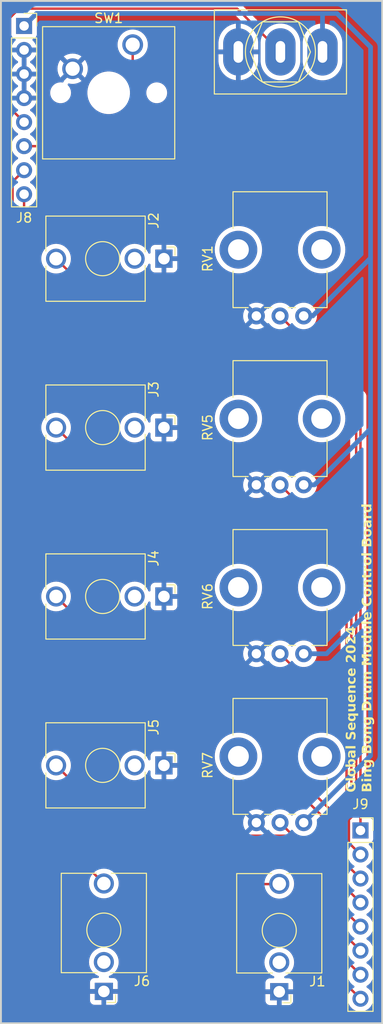
<source format=kicad_pcb>
(kicad_pcb (version 20240108) (generator "pcbnew") (generator_version "8.0")
  (layers (0 "F.Cu" signal) (31 "B.Cu" signal) (34 "B.Paste" user) (35 "F.Paste" user) (36 "B.SilkS" user "B.Silkscreen") (37 "F.SilkS" user "F.Silkscreen") (38 "B.Mask" user) (39 "F.Mask" user) (44 "Edge.Cuts" user))
  (net 0 "")
  (net 1 "GND")
  (net 2 "AUDIO_OUT")
  (net 4 "CV_1")
  (net 5 "CV_2")
  (net 6 "CV_3")
  (net 7 "CV_4")
  (net 8 "TRIG_IN")
  (net 9 "D9")
  (net 10 "+3.3V")
  (net 11 "D7")
  (net 12 "POT_1")
  (net 13 "POT_2")
  (net 14 "POT_3")
  (net 15 "POT_4")
  (footprint "Connector_Audio:Jack_3.5mm_QingPu_WQP-PJ398SM_Vertical_CircularHoles" (layer "F.Cu") (at 138.176 126.426 -90)
    (property "Reference" "J5" (at -4.03 1.08 90) (layer "F.SilkS"))
    (property "Value" "~")
    (fp_line (start -0.8 12.48) (end -4.5 12.48) (stroke (width 0.12)) (layer "F.SilkS"))
    (fp_line (start 4.5 12.48) (end 0.8 12.48) (stroke (width 0.12)) (layer "F.SilkS"))
    (fp_line (start -4.5 1.98) (end -4.5 12.48) (stroke (width 0.12)) (layer "F.SilkS"))
    (fp_line (start -0.72 1.98) (end -4.5 1.98) (stroke (width 0.12)) (layer "F.SilkS"))
    (fp_line (start 4.5 1.98) (end 4.5 12.48) (stroke (width 0.12)) (layer "F.SilkS"))
    (fp_line (start 4.5 1.98) (end 0.72 1.98) (stroke (width 0.12)) (layer "F.SilkS"))
    (fp_line (start -1.23 -1.17) (end -1.23 -0.37) (stroke (width 0.12)) (layer "F.SilkS"))
    (fp_line (start -1.23 -1.17) (end -0.37 -1.17) (stroke (width 0.12)) (layer "F.SilkS"))
    (fp_circle (center 0 6.48) (end 1.8 6.48) (stroke (width 0.12)) (fill none) (layer "F.SilkS"))
    (pad "S" thru_hole rect (at 0 0 90) (size 1.93 1.83) (drill 1.22) (layers "*.Cu" "*.Mask") (net 1 "GND"))
    (pad "T" thru_hole circle (at 0 11.4 90) (size 2.13 2.13) (drill 1.43) (layers "*.Cu" "*.Mask") (net 7 "CV_4"))
    (pad "TN" thru_hole circle (at 0 3.1 90) (size 2.13 2.13) (drill 1.42) (layers "*.Cu" "*.Mask"))
    (zone (net 0) (net_name "") (layer "F.Cu") (connect_pads (clearance 0)) (min_thickness 0.254)
      (keepout (tracks not_allowed) (vias not_allowed) (pads not_allowed) (copperpour not_allowed) (footprints not_allowed))
      (fill (thermal_gap 0.508) (thermal_bridge_width 0.508))
      (polygon (pts (xy 131.696 127.931141) (xy 131.941829 127.91093) (xy 132.181055 127.850841) (xy 132.407256 127.752486) (xy 132.614355 127.618508) (xy 132.79679 127.452504) (xy 132.949664 127.258932) (xy 133.068869 127.042992) (xy 133.151206 126.810482) (xy 133.194461 126.567646) (xy 133.197475 126.321007) (xy 133.160165 126.077187) (xy 133.083534 125.842734) (xy 132.96964 125.623946) (xy 132.821542 125.426697) (xy 132.643216 125.256286) (xy 132.439452 125.117288) (xy 132.215722 125.013436) (xy 131.978035 124.947519) (xy 131.732774 124.921308) (xy 131.486525 124.935507) (xy 131.245901 124.989734) (xy 131.017366 125.082532) (xy 130.807055 125.211411) (xy 130.620618 125.372908) (xy 130.463061 125.562687) (xy 130.338615 125.77565) (xy 130.250623 126.006079) (xy 130.201447 126.247785) (xy 130.192408 126.494278) (xy 130.22375 126.738936) (xy 130.29463 126.975191) (xy 130.403144 127.196697) (xy 130.546379 127.397505) (xy 130.720488 127.572223) (xy 130.920795 127.716158) (xy 131.141921 127.825445) (xy 131.377926 127.897149) (xy 131.622474 127.929344)))
    )
  )
  (footprint "Connector_Audio:Jack_3.5mm_QingPu_WQP-PJ398SM_Vertical_CircularHoles" (layer "F.Cu") (at 131.826 150.306 180)
    (property "Reference" "J6" (at -4.03 1.08 0) (layer "F.SilkS"))
    (property "Value" "~")
    (fp_line (start 4.5 12.48) (end 0.8 12.48) (stroke (width 0.12)) (layer "F.SilkS"))
    (fp_line (start 4.5 1.98) (end 4.5 12.48) (stroke (width 0.12)) (layer "F.SilkS"))
    (fp_line (start 4.5 1.98) (end 0.72 1.98) (stroke (width 0.12)) (layer "F.SilkS"))
    (fp_line (start -0.72 1.98) (end -4.5 1.98) (stroke (width 0.12)) (layer "F.SilkS"))
    (fp_line (start -0.8 12.48) (end -4.5 12.48) (stroke (width 0.12)) (layer "F.SilkS"))
    (fp_line (start -1.23 -1.17) (end -0.37 -1.17) (stroke (width 0.12)) (layer "F.SilkS"))
    (fp_line (start -1.23 -1.17) (end -1.23 -0.37) (stroke (width 0.12)) (layer "F.SilkS"))
    (fp_line (start -4.5 1.98) (end -4.5 12.48) (stroke (width 0.12)) (layer "F.SilkS"))
    (fp_circle (center 0 6.48) (end 1.8 6.48) (stroke (width 0.12)) (fill none) (layer "F.SilkS"))
    (pad "S" thru_hole rect (at 0 0) (size 1.93 1.83) (drill 1.22) (layers "*.Cu" "*.Mask") (net 1 "GND"))
    (pad "T" thru_hole circle (at 0 11.4) (size 2.13 2.13) (drill 1.43) (layers "*.Cu" "*.Mask") (net 8 "TRIG_IN"))
    (pad "TN" thru_hole circle (at 0 3.1) (size 2.13 2.13) (drill 1.42) (layers "*.Cu" "*.Mask"))
    (zone (net 0) (net_name "") (layer "F.Cu") (connect_pads (clearance 0)) (min_thickness 0.254)
      (keepout (tracks not_allowed) (vias not_allowed) (pads not_allowed) (copperpour not_allowed) (footprints not_allowed))
      (fill (thermal_gap 0.508) (thermal_bridge_width 0.508))
      (polygon (pts (xy 130.320859 143.826) (xy 130.34107 144.071829) (xy 130.401159 144.311055) (xy 130.499514 144.537256) (xy 130.633492 144.744355) (xy 130.799496 144.92679) (xy 130.993068 145.079664) (xy 131.209008 145.198869) (xy 131.441518 145.281206) (xy 131.684354 145.324461) (xy 131.930993 145.327475) (xy 132.174813 145.290165) (xy 132.409266 145.213534) (xy 132.628054 145.09964) (xy 132.825303 144.951542) (xy 132.995714 144.773216) (xy 133.134712 144.569452) (xy 133.238564 144.345722) (xy 133.304481 144.108035) (xy 133.330692 143.862774) (xy 133.316493 143.616525) (xy 133.262266 143.375901) (xy 133.169468 143.147366) (xy 133.040589 142.937055) (xy 132.879092 142.750618) (xy 132.689313 142.593061) (xy 132.47635 142.468615) (xy 132.245921 142.380623) (xy 132.004215 142.331447) (xy 131.757722 142.322408) (xy 131.513064 142.35375) (xy 131.276809 142.42463) (xy 131.055303 142.533144) (xy 130.854495 142.676379) (xy 130.679777 142.850488) (xy 130.535842 143.050795) (xy 130.426555 143.271921) (xy 130.354851 143.507926) (xy 130.322656 143.752474)))
    )
  )
  (footprint "Connector_Audio:Jack_3.5mm_QingPu_WQP-PJ398SM_Vertical_CircularHoles" (layer "F.Cu") (at 138.176 72.898 -90)
    (property "Reference" "J2" (at -4.03 1.08 90) (layer "F.SilkS"))
    (property "Value" "~")
    (fp_line (start -0.8 12.48) (end -4.5 12.48) (stroke (width 0.12)) (layer "F.SilkS"))
    (fp_line (start 4.5 12.48) (end 0.8 12.48) (stroke (width 0.12)) (layer "F.SilkS"))
    (fp_line (start -4.5 1.98) (end -4.5 12.48) (stroke (width 0.12)) (layer "F.SilkS"))
    (fp_line (start -0.72 1.98) (end -4.5 1.98) (stroke (width 0.12)) (layer "F.SilkS"))
    (fp_line (start 4.5 1.98) (end 4.5 12.48) (stroke (width 0.12)) (layer "F.SilkS"))
    (fp_line (start 4.5 1.98) (end 0.72 1.98) (stroke (width 0.12)) (layer "F.SilkS"))
    (fp_line (start -1.23 -1.17) (end -1.23 -0.37) (stroke (width 0.12)) (layer "F.SilkS"))
    (fp_line (start -1.23 -1.17) (end -0.37 -1.17) (stroke (width 0.12)) (layer "F.SilkS"))
    (fp_circle (center 0 6.48) (end 1.8 6.48) (stroke (width 0.12)) (fill none) (layer "F.SilkS"))
    (pad "S" thru_hole rect (at 0 0 90) (size 1.93 1.83) (drill 1.22) (layers "*.Cu" "*.Mask") (net 1 "GND"))
    (pad "T" thru_hole circle (at 0 11.4 90) (size 2.13 2.13) (drill 1.43) (layers "*.Cu" "*.Mask") (net 4 "CV_1"))
    (pad "TN" thru_hole circle (at 0 3.1 90) (size 2.13 2.13) (drill 1.42) (layers "*.Cu" "*.Mask"))
    (zone (net 0) (net_name "") (layer "F.Cu") (connect_pads (clearance 0)) (min_thickness 0.254)
      (keepout (tracks not_allowed) (vias not_allowed) (pads not_allowed) (copperpour not_allowed) (footprints not_allowed))
      (fill (thermal_gap 0.508) (thermal_bridge_width 0.508))
      (polygon (pts (xy 131.696 74.403141) (xy 131.941829 74.38293) (xy 132.181055 74.322841) (xy 132.407256 74.224486) (xy 132.614355 74.090508) (xy 132.79679 73.924504) (xy 132.949664 73.730932) (xy 133.068869 73.514992) (xy 133.151206 73.282482) (xy 133.194461 73.039646) (xy 133.197475 72.793007) (xy 133.160165 72.549187) (xy 133.083534 72.314734) (xy 132.96964 72.095946) (xy 132.821542 71.898697) (xy 132.643216 71.728286) (xy 132.439452 71.589288) (xy 132.215722 71.485436) (xy 131.978035 71.419519) (xy 131.732774 71.393308) (xy 131.486525 71.407507) (xy 131.245901 71.461734) (xy 131.017366 71.554532) (xy 130.807055 71.683411) (xy 130.620618 71.844908) (xy 130.463061 72.034687) (xy 130.338615 72.24765) (xy 130.250623 72.478079) (xy 130.201447 72.719785) (xy 130.192408 72.966278) (xy 130.22375 73.210936) (xy 130.29463 73.447191) (xy 130.403144 73.668697) (xy 130.546379 73.869505) (xy 130.720488 74.044223) (xy 130.920795 74.188158) (xy 131.141921 74.297445) (xy 131.377926 74.369149) (xy 131.622474 74.401344)))
    )
  )
  (footprint "Connector_Audio:Jack_3.5mm_QingPu_WQP-PJ398SM_Vertical_CircularHoles" (layer "F.Cu") (at 138.176 108.583332 -90)
    (property "Reference" "J4" (at -4.03 1.08 90) (layer "F.SilkS"))
    (property "Value" "~")
    (fp_line (start -0.8 12.48) (end -4.5 12.48) (stroke (width 0.12)) (layer "F.SilkS"))
    (fp_line (start 4.5 12.48) (end 0.8 12.48) (stroke (width 0.12)) (layer "F.SilkS"))
    (fp_line (start -4.5 1.98) (end -4.5 12.48) (stroke (width 0.12)) (layer "F.SilkS"))
    (fp_line (start -0.72 1.98) (end -4.5 1.98) (stroke (width 0.12)) (layer "F.SilkS"))
    (fp_line (start 4.5 1.98) (end 4.5 12.48) (stroke (width 0.12)) (layer "F.SilkS"))
    (fp_line (start 4.5 1.98) (end 0.72 1.98) (stroke (width 0.12)) (layer "F.SilkS"))
    (fp_line (start -1.23 -1.17) (end -1.23 -0.37) (stroke (width 0.12)) (layer "F.SilkS"))
    (fp_line (start -1.23 -1.17) (end -0.37 -1.17) (stroke (width 0.12)) (layer "F.SilkS"))
    (fp_circle (center 0 6.48) (end 1.8 6.48) (stroke (width 0.12)) (fill none) (layer "F.SilkS"))
    (pad "S" thru_hole rect (at 0 0 90) (size 1.93 1.83) (drill 1.22) (layers "*.Cu" "*.Mask") (net 1 "GND"))
    (pad "T" thru_hole circle (at 0 11.4 90) (size 2.13 2.13) (drill 1.43) (layers "*.Cu" "*.Mask") (net 6 "CV_3"))
    (pad "TN" thru_hole circle (at 0 3.1 90) (size 2.13 2.13) (drill 1.42) (layers "*.Cu" "*.Mask"))
    (zone (net 0) (net_name "") (layer "F.Cu") (connect_pads (clearance 0)) (min_thickness 0.254)
      (keepout (tracks not_allowed) (vias not_allowed) (pads not_allowed) (copperpour not_allowed) (footprints not_allowed))
      (fill (thermal_gap 0.508) (thermal_bridge_width 0.508))
      (polygon (pts (xy 131.696 110.088473) (xy 131.941829 110.068262) (xy 132.181055 110.008173) (xy 132.407256 109.909818) (xy 132.614355 109.77584) (xy 132.79679 109.609836) (xy 132.949664 109.416264) (xy 133.068869 109.200324) (xy 133.151206 108.967814) (xy 133.194461 108.724978) (xy 133.197475 108.478339) (xy 133.160165 108.234519) (xy 133.083534 108.000066) (xy 132.96964 107.781278) (xy 132.821542 107.584029) (xy 132.643216 107.413618) (xy 132.439452 107.27462) (xy 132.215722 107.170768) (xy 131.978035 107.104851) (xy 131.732774 107.07864) (xy 131.486525 107.092839) (xy 131.245901 107.147066) (xy 131.017366 107.239864) (xy 130.807055 107.368743) (xy 130.620618 107.53024) (xy 130.463061 107.720019) (xy 130.338615 107.932982) (xy 130.250623 108.163411) (xy 130.201447 108.405117) (xy 130.192408 108.65161) (xy 130.22375 108.896268) (xy 130.29463 109.132523) (xy 130.403144 109.354029) (xy 130.546379 109.554837) (xy 130.720488 109.729555) (xy 130.920795 109.87349) (xy 131.141921 109.982777) (xy 131.377926 110.054481) (xy 131.622474 110.086676)))
    )
  )
  (footprint "Potentiometer_THT:Potentiometer_Bourns_PTV09A-1_Single_Vertical" (layer "F.Cu") (at 152.95 132.476 90)
    (property "Reference" "RV7" (at 6.05 -10.15 90) (layer "F.SilkS"))
    (property "Value" "10k" (hide yes))
    (fp_line (start 13.12 -7.47) (end 13.12 2.47) (stroke (width 0.12)) (layer "F.SilkS"))
    (fp_line (start 9.255 -7.47) (end 13.12 -7.47) (stroke (width 0.12)) (layer "F.SilkS"))
    (fp_line (start 0.88 -7.47) (end 4.745 -7.47) (stroke (width 0.12)) (layer "F.SilkS"))
    (fp_line (start 0.88 -7.47) (end 0.88 -5.871) (stroke (width 0.12)) (layer "F.SilkS"))
    (fp_line (start 0.88 -4.129) (end 0.88 -3.37) (stroke (width 0.12)) (layer "F.SilkS"))
    (fp_line (start 0.88 -1.629) (end 0.88 -0.87) (stroke (width 0.12)) (layer "F.SilkS"))
    (fp_line (start 0.88 0.87) (end 0.88 2.47) (stroke (width 0.12)) (layer "F.SilkS"))
    (fp_line (start 9.255 2.47) (end 13.12 2.47) (stroke (width 0.12)) (layer "F.SilkS"))
    (fp_line (start 0.88 2.47) (end 4.745 2.47) (stroke (width 0.12)) (layer "F.SilkS"))
    (pad "" np_thru_hole circle (at 7 -6.9 90) (size 4 4) (drill 2.2) (layers "*.Cu" "*.Mask"))
    (pad "" np_thru_hole circle (at 7 1.9 90) (size 4 4) (drill 2.2) (layers "*.Cu" "*.Mask"))
    (pad "1" thru_hole circle (at 0 0 90) (size 1.8 1.8) (drill 1) (layers "*.Cu" "*.Mask") (net 10 "+3.3V"))
    (pad "2" thru_hole circle (at 0 -2.5 90) (size 1.8 1.8) (drill 1) (layers "*.Cu" "*.Mask") (net 15 "POT_4"))
    (pad "3" thru_hole circle (at 0 -5 90) (size 1.8 1.8) (drill 1) (layers "*.Cu" "*.Mask") (net 1 "GND"))
  )
  (footprint "SPDT SPST Toggle Switch THIS ONE:SW_Toggle_Blue_wSlots" (layer "F.Cu") (at 150.49 51.054 180)
    (property "Reference" "SW2" (hide yes))
    (property "Value" "SW_SPDT")
    (fp_line (start 6.985 4.445) (end -6.985 4.445) (stroke (width 0.12)) (layer "F.SilkS"))
    (fp_line (start 6.985 -4.445) (end 6.985 4.445) (stroke (width 0.12)) (layer "F.SilkS"))
    (fp_line (start 3.175 0) (end 1.905 3.175) (stroke (width 0.12)) (layer "F.SilkS"))
    (fp_line (start 1.905 3.175) (end -1.905 3.175) (stroke (width 0.12)) (layer "F.SilkS"))
    (fp_line (start 1.905 -3.175) (end 3.175 0) (stroke (width 0.12)) (layer "F.SilkS"))
    (fp_line (start -1.905 3.175) (end -3.175 0) (stroke (width 0.12)) (layer "F.SilkS"))
    (fp_line (start -1.905 -3.175) (end 1.905 -3.175) (stroke (width 0.12)) (layer "F.SilkS"))
    (fp_line (start -3.175 0) (end -1.905 -3.175) (stroke (width 0.12)) (layer "F.SilkS"))
    (fp_line (start -6.985 4.445) (end -6.985 -4.445) (stroke (width 0.12)) (layer "F.SilkS"))
    (fp_line (start -6.985 -4.445) (end 6.985 -4.445) (stroke (width 0.12)) (layer "F.SilkS"))
    (fp_circle (center 0 0) (end 1.905 3.175) (stroke (width 0.12)) (fill none) (layer "F.SilkS"))
    (pad "1" thru_hole oval (at -4.45 0 180) (size 3.2 5) (drill oval 1 2.3) (layers "*.Cu") (net 10 "+3.3V"))
    (pad "2" thru_hole oval (at 0 0 180) (size 3.2 5) (drill oval 1 2.3) (layers "*.Cu") (net 9 "D9"))
    (pad "3" thru_hole oval (at 4.45 0 180) (size 3.2 5) (drill oval 1 2.3) (layers "*.Cu") (net 1 "GND"))
  )
  (footprint "Potentiometer_THT:Potentiometer_Bourns_PTV09A-1_Single_Vertical" (layer "F.Cu") (at 152.95 78.948 90)
    (property "Reference" "RV1" (at 6.05 -10.15 90) (layer "F.SilkS"))
    (property "Value" "10k")
    (fp_line (start 13.12 -7.47) (end 13.12 2.47) (stroke (width 0.12)) (layer "F.SilkS"))
    (fp_line (start 9.255 -7.47) (end 13.12 -7.47) (stroke (width 0.12)) (layer "F.SilkS"))
    (fp_line (start 0.88 -7.47) (end 4.745 -7.47) (stroke (width 0.12)) (layer "F.SilkS"))
    (fp_line (start 0.88 -7.47) (end 0.88 -5.871) (stroke (width 0.12)) (layer "F.SilkS"))
    (fp_line (start 0.88 -4.129) (end 0.88 -3.37) (stroke (width 0.12)) (layer "F.SilkS"))
    (fp_line (start 0.88 -1.629) (end 0.88 -0.87) (stroke (width 0.12)) (layer "F.SilkS"))
    (fp_line (start 0.88 0.87) (end 0.88 2.47) (stroke (width 0.12)) (layer "F.SilkS"))
    (fp_line (start 9.255 2.47) (end 13.12 2.47) (stroke (width 0.12)) (layer "F.SilkS"))
    (fp_line (start 0.88 2.47) (end 4.745 2.47) (stroke (width 0.12)) (layer "F.SilkS"))
    (pad "" np_thru_hole circle (at 7 -6.9 90) (size 4 4) (drill 2.2) (layers "*.Cu" "*.Mask"))
    (pad "" np_thru_hole circle (at 7 1.9 90) (size 4 4) (drill 2.2) (layers "*.Cu" "*.Mask"))
    (pad "1" thru_hole circle (at 0 0 90) (size 1.8 1.8) (drill 1) (layers "*.Cu" "*.Mask") (net 10 "+3.3V"))
    (pad "2" thru_hole circle (at 0 -2.5 90) (size 1.8 1.8) (drill 1) (layers "*.Cu" "*.Mask") (net 12 "POT_1"))
    (pad "3" thru_hole circle (at 0 -5 90) (size 1.8 1.8) (drill 1) (layers "*.Cu" "*.Mask") (net 1 "GND"))
  )
  (footprint "Potentiometer_THT:Potentiometer_Bourns_PTV09A-1_Single_Vertical" (layer "F.Cu") (at 152.95 96.790666 90)
    (property "Reference" "RV5" (at 6.05 -10.15 90) (layer "F.SilkS"))
    (property "Value" "10k")
    (fp_line (start 13.12 -7.47) (end 13.12 2.47) (stroke (width 0.12)) (layer "F.SilkS"))
    (fp_line (start 9.255 -7.47) (end 13.12 -7.47) (stroke (width 0.12)) (layer "F.SilkS"))
    (fp_line (start 0.88 -7.47) (end 4.745 -7.47) (stroke (width 0.12)) (layer "F.SilkS"))
    (fp_line (start 0.88 -7.47) (end 0.88 -5.871) (stroke (width 0.12)) (layer "F.SilkS"))
    (fp_line (start 0.88 -4.129) (end 0.88 -3.37) (stroke (width 0.12)) (layer "F.SilkS"))
    (fp_line (start 0.88 -1.629) (end 0.88 -0.87) (stroke (width 0.12)) (layer "F.SilkS"))
    (fp_line (start 0.88 0.87) (end 0.88 2.47) (stroke (width 0.12)) (layer "F.SilkS"))
    (fp_line (start 9.255 2.47) (end 13.12 2.47) (stroke (width 0.12)) (layer "F.SilkS"))
    (fp_line (start 0.88 2.47) (end 4.745 2.47) (stroke (width 0.12)) (layer "F.SilkS"))
    (pad "" np_thru_hole circle (at 7 -6.9 90) (size 4 4) (drill 2.2) (layers "*.Cu" "*.Mask"))
    (pad "" np_thru_hole circle (at 7 1.9 90) (size 4 4) (drill 2.2) (layers "*.Cu" "*.Mask"))
    (pad "1" thru_hole circle (at 0 0 90) (size 1.8 1.8) (drill 1) (layers "*.Cu" "*.Mask") (net 10 "+3.3V"))
    (pad "2" thru_hole circle (at 0 -2.5 90) (size 1.8 1.8) (drill 1) (layers "*.Cu" "*.Mask") (net 13 "POT_2"))
    (pad "3" thru_hole circle (at 0 -5 90) (size 1.8 1.8) (drill 1) (layers "*.Cu" "*.Mask") (net 1 "GND"))
  )
  (footprint "Connector_Audio:Jack_3.5mm_QingPu_WQP-PJ398SM_Vertical_CircularHoles" (layer "F.Cu") (at 150.368 150.338 180)
    (property "Reference" "J1" (at -4.03 1.08 0) (layer "F.SilkS"))
    (property "Value" "~")
    (fp_line (start 4.5 12.48) (end 0.8 12.48) (stroke (width 0.12)) (layer "F.SilkS"))
    (fp_line (start 4.5 1.98) (end 4.5 12.48) (stroke (width 0.12)) (layer "F.SilkS"))
    (fp_line (start 4.5 1.98) (end 0.72 1.98) (stroke (width 0.12)) (layer "F.SilkS"))
    (fp_line (start -0.72 1.98) (end -4.5 1.98) (stroke (width 0.12)) (layer "F.SilkS"))
    (fp_line (start -0.8 12.48) (end -4.5 12.48) (stroke (width 0.12)) (layer "F.SilkS"))
    (fp_line (start -1.23 -1.17) (end -0.37 -1.17) (stroke (width 0.12)) (layer "F.SilkS"))
    (fp_line (start -1.23 -1.17) (end -1.23 -0.37) (stroke (width 0.12)) (layer "F.SilkS"))
    (fp_line (start -4.5 1.98) (end -4.5 12.48) (stroke (width 0.12)) (layer "F.SilkS"))
    (fp_circle (center 0 6.48) (end 1.8 6.48) (stroke (width 0.12)) (fill none) (layer "F.SilkS"))
    (pad "S" thru_hole rect (at 0 0) (size 1.93 1.83) (drill 1.22) (layers "*.Cu" "*.Mask") (net 1 "GND"))
    (pad "T" thru_hole circle (at 0 11.4) (size 2.13 2.13) (drill 1.43) (layers "*.Cu" "*.Mask") (net 2 "AUDIO_OUT"))
    (pad "TN" thru_hole circle (at 0 3.1) (size 2.13 2.13) (drill 1.42) (layers "*.Cu" "*.Mask"))
    (zone (net 0) (net_name "") (layer "F.Cu") (connect_pads (clearance 0)) (min_thickness 0.254)
      (keepout (tracks not_allowed) (vias not_allowed) (pads not_allowed) (copperpour not_allowed) (footprints not_allowed))
      (fill (thermal_gap 0.508) (thermal_bridge_width 0.508))
      (polygon (pts (xy 148.862859 143.858) (xy 148.88307 144.103829) (xy 148.943159 144.343055) (xy 149.041514 144.569256) (xy 149.175492 144.776355) (xy 149.341496 144.95879) (xy 149.535068 145.111664) (xy 149.751008 145.230869) (xy 149.983518 145.313206) (xy 150.226354 145.356461) (xy 150.472993 145.359475) (xy 150.716813 145.322165) (xy 150.951266 145.245534) (xy 151.170054 145.13164) (xy 151.367303 144.983542) (xy 151.537714 144.805216) (xy 151.676712 144.601452) (xy 151.780564 144.377722) (xy 151.846481 144.140035) (xy 151.872692 143.894774) (xy 151.858493 143.648525) (xy 151.804266 143.407901) (xy 151.711468 143.179366) (xy 151.582589 142.969055) (xy 151.421092 142.782618) (xy 151.231313 142.625061) (xy 151.01835 142.500615) (xy 150.787921 142.412623) (xy 150.546215 142.363447) (xy 150.299722 142.354408) (xy 150.055064 142.38575) (xy 149.818809 142.45663) (xy 149.597303 142.565144) (xy 149.396495 142.708379) (xy 149.221777 142.882488) (xy 149.077842 143.082795) (xy 148.968555 143.303921) (xy 148.896851 143.539926) (xy 148.864656 143.784474)))
    )
  )
  (footprint "Connector_PinSocket_2.54mm:PinSocket_1x08_P2.54mm_Vertical" (layer "F.Cu") (at 123.3932 48.3112)
    (property "Reference" "J8" (at 0 20.2688 0) (layer "F.SilkS"))
    (property "Value" "Conn_01x08_Pin")
    (fp_line (start -1.33 1.27) (end -1.33 19.11) (stroke (width 0.12)) (layer "F.SilkS"))
    (fp_line (start -1.33 1.27) (end 1.33 1.27) (stroke (width 0.12)) (layer "F.SilkS"))
    (fp_line (start -1.33 19.11) (end 1.33 19.11) (stroke (width 0.12)) (layer "F.SilkS"))
    (fp_line (start 0 -1.33) (end 1.33 -1.33) (stroke (width 0.12)) (layer "F.SilkS"))
    (fp_line (start 1.33 -1.33) (end 1.33 0) (stroke (width 0.12)) (layer "F.SilkS"))
    (fp_line (start 1.33 1.27) (end 1.33 19.11) (stroke (width 0.12)) (layer "F.SilkS"))
    (pad "1" thru_hole rect (at 0 0) (size 1.7 1.7) (drill 1) (layers "*.Cu" "*.Mask") (net 10 "+3.3V"))
    (pad "2" thru_hole oval (at 0 2.54) (size 1.7 1.7) (drill 1) (layers "*.Cu" "*.Mask") (net 1 "GND"))
    (pad "3" thru_hole oval (at 0 5.08) (size 1.7 1.7) (drill 1) (layers "*.Cu" "*.Mask") (net 1 "GND"))
    (pad "4" thru_hole oval (at 0 7.62) (size 1.7 1.7) (drill 1) (layers "*.Cu" "*.Mask") (net 1 "GND"))
    (pad "5" thru_hole oval (at 0 10.16) (size 1.7 1.7) (drill 1) (layers "*.Cu" "*.Mask") (net 9 "D9"))
    (pad "6" thru_hole oval (at 0 12.7) (size 1.7 1.7) (drill 1) (layers "*.Cu" "*.Mask") (net 11 "D7"))
    (pad "7" thru_hole oval (at 0 15.24) (size 1.7 1.7) (drill 1) (layers "*.Cu" "*.Mask") (net 8 "TRIG_IN"))
    (pad "8" thru_hole oval (at 0 17.78) (size 1.7 1.7) (drill 1) (layers "*.Cu" "*.Mask") (net 2 "AUDIO_OUT"))
  )
  (footprint "Connector_PinSocket_2.54mm:PinSocket_1x08_P2.54mm_Vertical" (layer "F.Cu") (at 158.9532 133.2996)
    (property "Reference" "J9" (at 0 -2.77 0) (layer "F.SilkS"))
    (property "Value" "Conn_01x08_Pin" (hide yes))
    (fp_line (start -1.33 1.27) (end -1.33 19.11) (stroke (width 0.12)) (layer "F.SilkS"))
    (fp_line (start -1.33 1.27) (end 1.33 1.27) (stroke (width 0.12)) (layer "F.SilkS"))
    (fp_line (start -1.33 19.11) (end 1.33 19.11) (stroke (width 0.12)) (layer "F.SilkS"))
    (fp_line (start 0 -1.33) (end 1.33 -1.33) (stroke (width 0.12)) (layer "F.SilkS"))
    (fp_line (start 1.33 -1.33) (end 1.33 0) (stroke (width 0.12)) (layer "F.SilkS"))
    (fp_line (start 1.33 1.27) (end 1.33 19.11) (stroke (width 0.12)) (layer "F.SilkS"))
    (pad "1" thru_hole rect (at 0 0) (size 1.7 1.7) (drill 1) (layers "*.Cu" "*.Mask") (net 12 "POT_1"))
    (pad "2" thru_hole oval (at 0 2.54) (size 1.7 1.7) (drill 1) (layers "*.Cu" "*.Mask") (net 4 "CV_1"))
    (pad "3" thru_hole oval (at 0 5.08) (size 1.7 1.7) (drill 1) (layers "*.Cu" "*.Mask") (net 13 "POT_2"))
    (pad "4" thru_hole oval (at 0 7.62) (size 1.7 1.7) (drill 1) (layers "*.Cu" "*.Mask") (net 5 "CV_2"))
    (pad "5" thru_hole oval (at 0 10.16) (size 1.7 1.7) (drill 1) (layers "*.Cu" "*.Mask") (net 14 "POT_3"))
    (pad "6" thru_hole oval (at 0 12.7) (size 1.7 1.7) (drill 1) (layers "*.Cu" "*.Mask") (net 6 "CV_3"))
    (pad "7" thru_hole oval (at 0 15.24) (size 1.7 1.7) (drill 1) (layers "*.Cu" "*.Mask") (net 15 "POT_4"))
    (pad "8" thru_hole oval (at 0 17.78) (size 1.7 1.7) (drill 1) (layers "*.Cu" "*.Mask") (net 7 "CV_4"))
  )
  (footprint "Button_Switch_Keyboard:SW_Cherry_MX_1.00u_PCB" (layer "F.Cu") (at 134.874 50.292)
    (property "Reference" "SW1" (at -2.54 -2.794 0) (layer "F.SilkS"))
    (property "Value" "SW_Push")
    (fp_line (start -9.525 -1.905) (end 4.445 -1.905) (stroke (width 0.12)) (layer "F.SilkS"))
    (fp_line (start -9.525 12.065) (end -9.525 -1.905) (stroke (width 0.12)) (layer "F.SilkS"))
    (fp_line (start 4.445 -1.905) (end 4.445 12.065) (stroke (width 0.12)) (layer "F.SilkS"))
    (fp_line (start 4.445 12.065) (end -9.525 12.065) (stroke (width 0.12)) (layer "F.SilkS"))
    (pad "" np_thru_hole circle (at -7.62 5.08) (size 1.7 1.7) (drill 1.7) (layers "F&B.Cu" "*.Mask"))
    (pad "" np_thru_hole circle (at -2.54 5.08) (size 4 4) (drill 4) (layers "F&B.Cu" "*.Mask"))
    (pad "" np_thru_hole circle (at 2.54 5.08) (size 1.7 1.7) (drill 1.7) (layers "F&B.Cu" "*.Mask"))
    (pad "1" thru_hole circle (at 0 0) (size 2.2 2.2) (drill 1.5) (layers "*.Cu" "*.Mask") (net 11 "D7"))
    (pad "2" thru_hole circle (at -6.35 2.54) (size 2.2 2.2) (drill 1.5) (layers "*.Cu" "*.Mask") (net 1 "GND"))
  )
  (footprint "Connector_Audio:Jack_3.5mm_QingPu_WQP-PJ398SM_Vertical_CircularHoles" (layer "F.Cu") (at 138.176 90.740666 -90)
    (property "Reference" "J3" (at -4.03 1.08 90) (layer "F.SilkS"))
    (property "Value" "~")
    (fp_line (start -0.8 12.48) (end -4.5 12.48) (stroke (width 0.12)) (layer "F.SilkS"))
    (fp_line (start 4.5 12.48) (end 0.8 12.48) (stroke (width 0.12)) (layer "F.SilkS"))
    (fp_line (start -4.5 1.98) (end -4.5 12.48) (stroke (width 0.12)) (layer "F.SilkS"))
    (fp_line (start -0.72 1.98) (end -4.5 1.98) (stroke (width 0.12)) (layer "F.SilkS"))
    (fp_line (start 4.5 1.98) (end 4.5 12.48) (stroke (width 0.12)) (layer "F.SilkS"))
    (fp_line (start 4.5 1.98) (end 0.72 1.98) (stroke (width 0.12)) (layer "F.SilkS"))
    (fp_line (start -1.23 -1.17) (end -1.23 -0.37) (stroke (width 0.12)) (layer "F.SilkS"))
    (fp_line (start -1.23 -1.17) (end -0.37 -1.17) (stroke (width 0.12)) (layer "F.SilkS"))
    (fp_circle (center 0 6.48) (end 1.8 6.48) (stroke (width 0.12)) (fill none) (layer "F.SilkS"))
    (pad "S" thru_hole rect (at 0 0 90) (size 1.93 1.83) (drill 1.22) (layers "*.Cu" "*.Mask") (net 1 "GND"))
    (pad "T" thru_hole circle (at 0 11.4 90) (size 2.13 2.13) (drill 1.43) (layers "*.Cu" "*.Mask") (net 5 "CV_2"))
    (pad "TN" thru_hole circle (at 0 3.1 90) (size 2.13 2.13) (drill 1.42) (layers "*.Cu" "*.Mask"))
    (zone (net 0) (net_name "") (layer "F.Cu") (connect_pads (clearance 0)) (min_thickness 0.254)
      (keepout (tracks not_allowed) (vias not_allowed) (pads not_allowed) (copperpour not_allowed) (footprints not_allowed))
      (fill (thermal_gap 0.508) (thermal_bridge_width 0.508))
      (polygon (pts (xy 131.696 92.245807) (xy 131.941829 92.225596) (xy 132.181055 92.165507) (xy 132.407256 92.067152) (xy 132.614355 91.933174) (xy 132.79679 91.76717) (xy 132.949664 91.573598) (xy 133.068869 91.357658) (xy 133.151206 91.125148) (xy 133.194461 90.882312) (xy 133.197475 90.635673) (xy 133.160165 90.391853) (xy 133.083534 90.1574) (xy 132.96964 89.938612) (xy 132.821542 89.741363) (xy 132.643216 89.570952) (xy 132.439452 89.431954) (xy 132.215722 89.328102) (xy 131.978035 89.262185) (xy 131.732774 89.235974) (xy 131.486525 89.250173) (xy 131.245901 89.3044) (xy 131.017366 89.397198) (xy 130.807055 89.526077) (xy 130.620618 89.687574) (xy 130.463061 89.877353) (xy 130.338615 90.090316) (xy 130.250623 90.320745) (xy 130.201447 90.562451) (xy 130.192408 90.808944) (xy 130.22375 91.053602) (xy 130.29463 91.289857) (xy 130.403144 91.511363) (xy 130.546379 91.712171) (xy 130.720488 91.886889) (xy 130.920795 92.030824) (xy 131.141921 92.140111) (xy 131.377926 92.211815) (xy 131.622474 92.24401)))
    )
  )
  (footprint "Potentiometer_THT:Potentiometer_Bourns_PTV09A-1_Single_Vertical" (layer "F.Cu") (at 152.95 114.633332 90)
    (property "Reference" "RV6" (at 6.05 -10.15 90) (layer "F.SilkS"))
    (property "Value" "10k")
    (fp_line (start 13.12 -7.47) (end 13.12 2.47) (stroke (width 0.12)) (layer "F.SilkS"))
    (fp_line (start 9.255 -7.47) (end 13.12 -7.47) (stroke (width 0.12)) (layer "F.SilkS"))
    (fp_line (start 0.88 -7.47) (end 4.745 -7.47) (stroke (width 0.12)) (layer "F.SilkS"))
    (fp_line (start 0.88 -7.47) (end 0.88 -5.871) (stroke (width 0.12)) (layer "F.SilkS"))
    (fp_line (start 0.88 -4.129) (end 0.88 -3.37) (stroke (width 0.12)) (layer "F.SilkS"))
    (fp_line (start 0.88 -1.629) (end 0.88 -0.87) (stroke (width 0.12)) (layer "F.SilkS"))
    (fp_line (start 0.88 0.87) (end 0.88 2.47) (stroke (width 0.12)) (layer "F.SilkS"))
    (fp_line (start 9.255 2.47) (end 13.12 2.47) (stroke (width 0.12)) (layer "F.SilkS"))
    (fp_line (start 0.88 2.47) (end 4.745 2.47) (stroke (width 0.12)) (layer "F.SilkS"))
    (pad "" np_thru_hole circle (at 7 -6.9 90) (size 4 4) (drill 2.2) (layers "*.Cu" "*.Mask"))
    (pad "" np_thru_hole circle (at 7 1.9 90) (size 4 4) (drill 2.2) (layers "*.Cu" "*.Mask"))
    (pad "1" thru_hole circle (at 0 0 90) (size 1.8 1.8) (drill 1) (layers "*.Cu" "*.Mask") (net 10 "+3.3V"))
    (pad "2" thru_hole circle (at 0 -2.5 90) (size 1.8 1.8) (drill 1) (layers "*.Cu" "*.Mask") (net 14 "POT_3"))
    (pad "3" thru_hole circle (at 0 -5 90) (size 1.8 1.8) (drill 1) (layers "*.Cu" "*.Mask") (net 1 "GND"))
  )
  (gr_rect (start 120.947 45.67) (end 161.247 153.67) (stroke (width 0.2)) (fill none) (layer "Edge.Cuts"))
  (gr_text "Global Sequence 2024\nBing Bong Drum Module Control Board" (at 160.274 129.286 90) (layer "F.SilkS") (effects (font (size 1 1) (thickness 0.2) (bold yes)) (justify left bottom)))
  (segment (start 123.3932 127.4572) (end 134.904 138.968) (width 0.254) (layer "F.Cu") (net 2))
  (segment (start 134.904 138.968) (end 150.368 138.968) (width 0.254) (layer "F.Cu") (net 2))
  (segment (start 123.3932 66.0912) (end 123.3932 127.4572) (width 0.254) (layer "F.Cu") (net 2))
  (segment (start 151.13 81.28) (end 158.4992 88.6492) (width 0.254) (layer "F.Cu") (net 4))
  (segment (start 157.734 134.6204) (end 158.9532 135.8396) (width 0.254) (layer "F.Cu") (net 4))
  (segment (start 157.734 132.1648) (end 157.734 134.6204) (width 0.254) (layer "F.Cu") (net 4))
  (segment (start 134.396 80.518) (end 150.368 80.518) (width 0.25) (layer "F.Cu") (net 4))
  (segment (start 158.4992 88.6492) (end 158.4992 131.572) (width 0.254) (layer "F.Cu") (net 4))
  (segment (start 158.3268 131.572) (end 157.734 132.1648) (width 0.254) (layer "F.Cu") (net 4))
  (segment (start 126.776 72.898) (end 134.396 80.518) (width 0.25) (layer "F.Cu") (net 4))
  (segment (start 150.368 80.518) (end 151.13 81.28) (width 0.25) (layer "F.Cu") (net 4))
  (segment (start 158.4992 131.572) (end 158.3268 131.572) (width 0.254) (layer "F.Cu") (net 4))
  (segment (start 156.826 138.7924) (end 158.9532 140.9196) (width 0.254) (layer "F.Cu") (net 5))
  (segment (start 134.333334 98.298) (end 150.114 98.298) (width 0.25) (layer "F.Cu") (net 5))
  (segment (start 126.776 90.740666) (end 134.333334 98.298) (width 0.25) (layer "F.Cu") (net 5))
  (segment (start 152.8445 101.0285) (end 157.48 105.664) (width 0.254) (layer "F.Cu") (net 5))
  (segment (start 157.48 131.134694) (end 156.826 131.788696) (width 0.254) (layer "F.Cu") (net 5))
  (segment (start 156.826 131.788696) (end 156.826 138.7924) (width 0.254) (layer "F.Cu") (net 5))
  (segment (start 157.48 105.664) (end 157.48 131.134694) (width 0.254) (layer "F.Cu") (net 5))
  (segment (start 150.114 98.298) (end 152.8445 101.0285) (width 0.25) (layer "F.Cu") (net 5))
  (segment (start 149.987 116.205) (end 150.368 116.586) (width 0.25) (layer "F.Cu") (net 6))
  (segment (start 151.638 117.856) (end 151.638 128.524) (width 0.254) (layer "F.Cu") (net 6))
  (segment (start 155.918 142.9644) (end 158.9532 145.9996) (width 0.254) (layer "F.Cu") (net 6))
  (segment (start 126.776 108.583332) (end 134.397668 116.205) (width 0.25) (layer "F.Cu") (net 6))
  (segment (start 134.397668 116.205) (end 149.987 116.205) (width 0.25) (layer "F.Cu") (net 6))
  (segment (start 151.638 128.524) (end 155.918 132.804) (width 0.254) (layer "F.Cu") (net 6))
  (segment (start 150.368 116.586) (end 151.638 117.856) (width 0.254) (layer "F.Cu") (net 6))
  (segment (start 155.918 132.804) (end 155.918 142.9644) (width 0.254) (layer "F.Cu") (net 6))
  (segment (start 134.208 133.858) (end 134.493 133.858) (width 0.25) (layer "F.Cu") (net 7))
  (segment (start 126.776 126.426) (end 134.208 133.858) (width 0.25) (layer "F.Cu") (net 7))
  (segment (start 151.13 133.858) (end 155.01 137.738) (width 0.254) (layer "F.Cu") (net 7))
  (segment (start 155.01 147.1364) (end 158.9532 151.0796) (width 0.254) (layer "F.Cu") (net 7))
  (segment (start 134.493 133.858) (end 151.13 133.858) (width 0.254) (layer "F.Cu") (net 7))
  (segment (start 155.01 137.738) (end 155.01 147.1364) (width 0.254) (layer "F.Cu") (net 7))
  (segment (start 122.174 64.7704) (end 122.174 129.254) (width 0.254) (layer "F.Cu") (net 8))
  (segment (start 122.174 129.254) (end 131.826 138.906) (width 0.254) (layer "F.Cu") (net 8))
  (segment (start 123.3932 63.5512) (end 122.174 64.7704) (width 0.254) (layer "F.Cu") (net 8))
  (segment (start 121.92 56.998) (end 121.92 47.4304) (width 0.254) (layer "F.Cu") (net 9))
  (segment (start 145.918 46.482) (end 150.49 51.054) (width 0.254) (layer "F.Cu") (net 9))
  (segment (start 121.92 47.4304) (end 122.8684 46.482) (width 0.254) (layer "F.Cu") (net 9))
  (segment (start 122.8684 46.482) (end 145.918 46.482) (width 0.254) (layer "F.Cu") (net 9))
  (segment (start 123.3932 58.4712) (end 121.92 56.998) (width 0.254) (layer "F.Cu") (net 9))
  (segment (start 155.1 46.99) (end 156.464 46.99) (width 0.5) (layer "B.Cu") (net 10))
  (segment (start 152.95 96.790666) (end 154.091334 96.790666) (width 0.5) (layer "B.Cu") (net 10))
  (segment (start 160.02 72.644) (end 160.02 90.678) (width 0.5) (layer "B.Cu") (net 10))
  (segment (start 160.02 90.678) (end 160.02 108.134) (width 0.5) (layer "B.Cu") (net 10))
  (segment (start 160.02 125.406) (end 152.95 132.476) (width 0.5) (layer "B.Cu") (net 10))
  (segment (start 160.02 108.134) (end 160.02 109.982) (width 0.5) (layer "B.Cu") (net 10))
  (segment (start 152.95 78.948) (end 153.9 78.948) (width 0.5) (layer "B.Cu") (net 10))
  (segment (start 160.02 109.982) (end 155.368668 114.633332) (width 0.5) (layer "B.Cu") (net 10))
  (segment (start 153.9 78.948) (end 160.02 72.828) (width 0.5) (layer "B.Cu") (net 10))
  (segment (start 123.3932 48.3112) (end 124.7144 46.99) (width 0.5) (layer "B.Cu") (net 10))
  (segment (start 160.02 72.828) (end 160.02 72.644) (width 0.5) (layer "B.Cu") (net 10))
  (segment (start 124.7144 46.99) (end 155.1 46.99) (width 0.5) (layer "B.Cu") (net 10))
  (segment (start 154.94 47.15) (end 155.1 46.99) (width 0.5) (layer "B.Cu") (net 10))
  (segment (start 160.02 50.546) (end 160.02 72.644) (width 0.5) (layer "B.Cu") (net 10))
  (segment (start 155.368668 114.633332) (end 152.95 114.633332) (width 0.5) (layer "B.Cu") (net 10))
  (segment (start 160.02 108.134) (end 160.02 125.406) (width 0.5) (layer "B.Cu") (net 10))
  (segment (start 154.94 51.054) (end 154.94 47.15) (width 0.5) (layer "B.Cu") (net 10))
  (segment (start 156.464 46.99) (end 160.02 50.546) (width 0.5) (layer "B.Cu") (net 10))
  (segment (start 154.091334 96.790666) (end 160.02 90.862) (width 0.5) (layer "B.Cu") (net 10))
  (segment (start 160.02 90.862) (end 160.02 90.678) (width 0.5) (layer "B.Cu") (net 10))
  (segment (start 134.874 58.42) (end 134.874 50.292) (width 0.254) (layer "F.Cu") (net 11))
  (segment (start 132.2828 61.0112) (end 134.874 58.42) (width 0.254) (layer "F.Cu") (net 11))
  (segment (start 123.3932 61.0112) (end 132.2828 61.0112) (width 0.254) (layer "F.Cu") (net 11))
  (segment (start 158.9532 87.4522) (end 158.9532 133.2996) (width 0.254) (layer "F.Cu") (net 12))
  (segment (start 150.45 78.949) (end 158.9532 87.4522) (width 0.254) (layer "F.Cu") (net 12))
  (segment (start 150.45 78.948) (end 150.45 78.949) (width 0.254) (layer "F.Cu") (net 12))
  (segment (start 150.45 96.790666) (end 157.988 104.328666) (width 0.25) (layer "F.Cu") (net 13))
  (segment (start 157.28 136.7064) (end 158.9532 138.3796) (width 0.254) (layer "F.Cu") (net 13))
  (segment (start 157.988 104.328666) (end 157.988 105.664) (width 0.25) (layer "F.Cu") (net 13))
  (segment (start 157.988 131.268747) (end 157.28 131.976748) (width 0.254) (layer "F.Cu") (net 13))
  (segment (start 157.28 131.976748) (end 157.28 136.7064) (width 0.254) (layer "F.Cu") (net 13))
  (segment (start 157.988 105.664) (end 157.988 131.268747) (width 0.254) (layer "F.Cu") (net 13))
  (segment (start 156.372 140.8784) (end 158.9532 143.4596) (width 0.254) (layer "F.Cu") (net 14))
  (segment (start 156.372 131.734) (end 156.372 140.8784) (width 0.254) (layer "F.Cu") (net 14))
  (segment (start 150.45 114.633332) (end 152.146 116.329332) (width 0.25) (layer "F.Cu") (net 14))
  (segment (start 152.146 116.329332) (end 152.146 117.348) (width 0.25) (layer "F.Cu") (net 14))
  (segment (start 152.146 117.348) (end 152.146 127.508) (width 0.254) (layer "F.Cu") (net 14))
  (segment (start 152.146 127.508) (end 156.372 131.734) (width 0.254) (layer "F.Cu") (net 14))
  (segment (start 150.45 132.476) (end 155.464 137.49) (width 0.254) (layer "F.Cu") (net 15))
  (segment (start 155.464 137.49) (end 155.464 145.0504) (width 0.254) (layer "F.Cu") (net 15))
  (segment (start 155.464 145.0504) (end 158.9532 148.5396) (width 0.254) (layer "F.Cu") (net 15))
  (zone (net 1) (net_name "GND") (layers "F&B.Cu") (connect_pads (clearance 0.5)) (min_thickness 0.25) (fill yes (thermal_gap 0.5) (thermal_bridge_width 0.5))
    (polygon (pts (xy 161.29 45.695) (xy 161.29 153.645) (xy 120.904 153.645) (xy 120.904 45.695)))
  )
)
</source>
